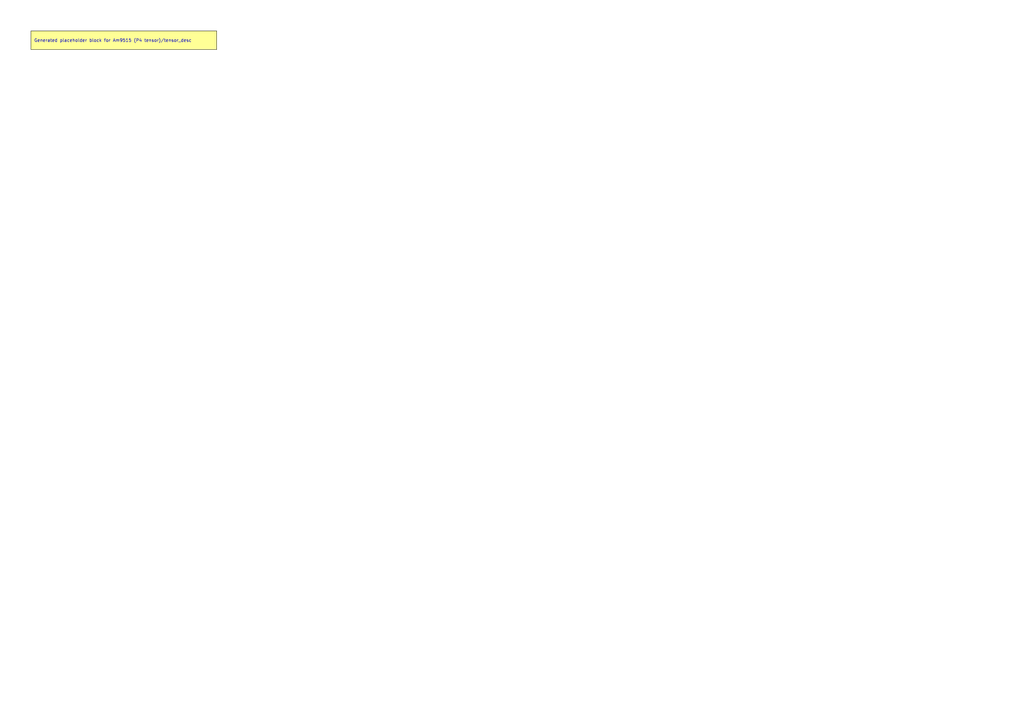
<source format=kicad_sch>
(kicad_sch
	(version 20250114)
	(generator "kicadgen")
	(generator_version "0.2")
	(uuid "a8934ffb-6d05-51c5-914f-798d419f88da")
	(paper "A3")
	(title_block
		(title "Am9515 (P4 tensor)::tensor_desc")
		(company "Project Carbon")
		(comment 1 "Generated - do not edit in generated/")
		(comment 2 "Edit in schem/kicad9/manual/ or refine mapping specs")
	)
	(lib_symbols)
	(text_box
		"Generated placeholder block for Am9515 (P4 tensor)/tensor_desc"
		(exclude_from_sim no)
		(at
			12.7
			12.7
			0
		)
		(size 76.2 7.62)
		(margins
			1.27
			1.27
			1.27
			1.27
		)
		(stroke
			(width 0)
			(type default)
			(color
				0
				0
				0
				1
			)
		)
		(fill
			(type color)
			(color
				255
				255
				150
				1
			)
		)
		(effects
			(font
				(size 1.27 1.27)
			)
			(justify left)
		)
		(uuid "fd30ec0d-7bc0-5655-b85f-e8bac10ef746")
	)
	(sheet_instances
		(path
			"/"
			(page "1")
		)
	)
	(embedded_fonts no)
)

</source>
